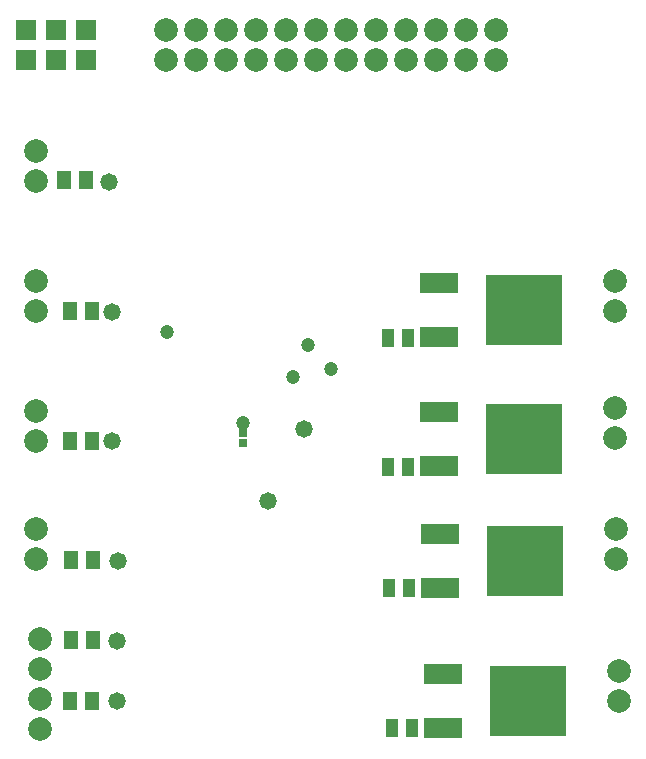
<source format=gbr>
G04 Layer_Color=16711935*
%FSLAX26Y26*%
%MOIN*%
%TF.FileFunction,Soldermask,Bot*%
%TF.Part,Single*%
G01*
G75*
%TA.AperFunction,SMDPad,CuDef*%
%ADD38R,0.041465X0.059181*%
%ADD42R,0.028472X0.028472*%
%TA.AperFunction,ComponentPad*%
%ADD43R,0.068000X0.068000*%
%ADD44C,0.078866*%
%TA.AperFunction,ViaPad*%
%ADD45C,0.058000*%
%ADD46C,0.047370*%
%TA.AperFunction,SMDPad,CuDef*%
%ADD52R,0.049339X0.063118*%
%ADD53R,0.126110X0.070992*%
%ADD54R,0.252095X0.236346*%
D38*
X1329488Y1042520D02*
D03*
X1396417D02*
D03*
X1329488Y1473071D02*
D03*
X1396417D02*
D03*
X1334488Y639842D02*
D03*
X1401417D02*
D03*
X1344488Y174327D02*
D03*
X1411417D02*
D03*
D42*
X848000Y1156748D02*
D03*
Y1125252D02*
D03*
D43*
X123032Y2501575D02*
D03*
X223032D02*
D03*
X323032D02*
D03*
Y2401575D02*
D03*
X223032D02*
D03*
X123032D02*
D03*
D44*
X157480Y2097244D02*
D03*
Y1997244D02*
D03*
X2101063Y365123D02*
D03*
Y265123D02*
D03*
X2086063Y1563150D02*
D03*
Y1663150D02*
D03*
X157480Y1664173D02*
D03*
Y1564173D02*
D03*
X2086063Y1239399D02*
D03*
Y1139399D02*
D03*
X157480Y1231102D02*
D03*
Y1131102D02*
D03*
Y737402D02*
D03*
Y837402D02*
D03*
X2091063Y735649D02*
D03*
Y835649D02*
D03*
X170000Y170000D02*
D03*
Y270000D02*
D03*
Y370000D02*
D03*
Y470000D02*
D03*
X1590551Y2401575D02*
D03*
Y2501575D02*
D03*
X1490551D02*
D03*
X1390551D02*
D03*
X1290551D02*
D03*
X1190551D02*
D03*
X1090551D02*
D03*
X990551D02*
D03*
X890551D02*
D03*
X790551D02*
D03*
X690551D02*
D03*
X590551D02*
D03*
X1490551Y2401575D02*
D03*
X1390551D02*
D03*
X1290551D02*
D03*
X1190551D02*
D03*
X1090551D02*
D03*
X990551D02*
D03*
X890551D02*
D03*
X790551D02*
D03*
X690551D02*
D03*
X590551D02*
D03*
X1690551Y2501575D02*
D03*
Y2401575D02*
D03*
D45*
X409449Y1559055D02*
D03*
Y1129921D02*
D03*
X431103Y730315D02*
D03*
X429134Y464567D02*
D03*
Y263779D02*
D03*
X1050000Y1170000D02*
D03*
X930000Y930000D02*
D03*
X400000Y1995000D02*
D03*
D46*
X847000Y1189000D02*
D03*
X1015748Y1342520D02*
D03*
X1140000Y1370000D02*
D03*
X1065000Y1450000D02*
D03*
X595000Y1495000D02*
D03*
D52*
X273622Y468504D02*
D03*
X348426D02*
D03*
X344489Y263779D02*
D03*
X269685D02*
D03*
X348426Y732283D02*
D03*
X273622D02*
D03*
X344489Y1129921D02*
D03*
X269685D02*
D03*
Y1562992D02*
D03*
X344489D02*
D03*
X324803Y2000000D02*
D03*
X250000D02*
D03*
D53*
X1500748Y1477402D02*
D03*
Y1657717D02*
D03*
Y1046850D02*
D03*
Y1227165D02*
D03*
X1505748Y640236D02*
D03*
Y820551D02*
D03*
X1515748Y174720D02*
D03*
Y355035D02*
D03*
D54*
X1784213Y1567559D02*
D03*
Y1137008D02*
D03*
X1789213Y730394D02*
D03*
X1799213Y264878D02*
D03*
%TF.MD5,802fc3ffdcdbc36f65ee430862456d2d*%
M02*

</source>
